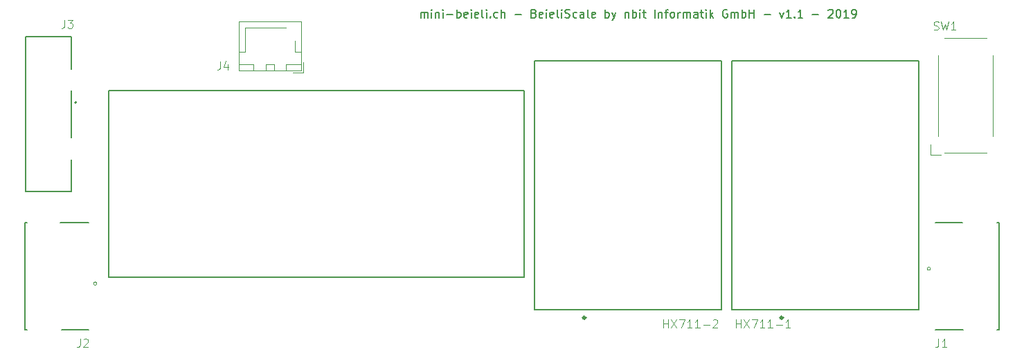
<source format=gbr>
G04 #@! TF.GenerationSoftware,KiCad,Pcbnew,5.0.2-5.fc29*
G04 #@! TF.CreationDate,2019-03-22T17:39:01+01:00*
G04 #@! TF.ProjectId,beieliscale-kicad,62656965-6c69-4736-9361-6c652d6b6963,rev?*
G04 #@! TF.SameCoordinates,Original*
G04 #@! TF.FileFunction,Legend,Top*
G04 #@! TF.FilePolarity,Positive*
%FSLAX46Y46*%
G04 Gerber Fmt 4.6, Leading zero omitted, Abs format (unit mm)*
G04 Created by KiCad (PCBNEW 5.0.2-5.fc29) date Fr 22 Mär 2019 17:39:01 CET*
%MOMM*%
%LPD*%
G01*
G04 APERTURE LIST*
%ADD10C,0.200000*%
%ADD11C,0.150000*%
%ADD12C,0.127000*%
%ADD13C,0.300000*%
%ADD14C,0.100000*%
%ADD15C,0.120000*%
G04 APERTURE END LIST*
D10*
X123240952Y-54632380D02*
X123240952Y-53965714D01*
X123240952Y-54060952D02*
X123288571Y-54013333D01*
X123383809Y-53965714D01*
X123526666Y-53965714D01*
X123621904Y-54013333D01*
X123669523Y-54108571D01*
X123669523Y-54632380D01*
X123669523Y-54108571D02*
X123717142Y-54013333D01*
X123812380Y-53965714D01*
X123955238Y-53965714D01*
X124050476Y-54013333D01*
X124098095Y-54108571D01*
X124098095Y-54632380D01*
X124574285Y-54632380D02*
X124574285Y-53965714D01*
X124574285Y-53632380D02*
X124526666Y-53680000D01*
X124574285Y-53727619D01*
X124621904Y-53680000D01*
X124574285Y-53632380D01*
X124574285Y-53727619D01*
X125050476Y-53965714D02*
X125050476Y-54632380D01*
X125050476Y-54060952D02*
X125098095Y-54013333D01*
X125193333Y-53965714D01*
X125336190Y-53965714D01*
X125431428Y-54013333D01*
X125479047Y-54108571D01*
X125479047Y-54632380D01*
X125955238Y-54632380D02*
X125955238Y-53965714D01*
X125955238Y-53632380D02*
X125907619Y-53680000D01*
X125955238Y-53727619D01*
X126002857Y-53680000D01*
X125955238Y-53632380D01*
X125955238Y-53727619D01*
X126431428Y-54251428D02*
X127193333Y-54251428D01*
X127669523Y-54632380D02*
X127669523Y-53632380D01*
X127669523Y-54013333D02*
X127764761Y-53965714D01*
X127955238Y-53965714D01*
X128050476Y-54013333D01*
X128098095Y-54060952D01*
X128145714Y-54156190D01*
X128145714Y-54441904D01*
X128098095Y-54537142D01*
X128050476Y-54584761D01*
X127955238Y-54632380D01*
X127764761Y-54632380D01*
X127669523Y-54584761D01*
X128955238Y-54584761D02*
X128860000Y-54632380D01*
X128669523Y-54632380D01*
X128574285Y-54584761D01*
X128526666Y-54489523D01*
X128526666Y-54108571D01*
X128574285Y-54013333D01*
X128669523Y-53965714D01*
X128860000Y-53965714D01*
X128955238Y-54013333D01*
X129002857Y-54108571D01*
X129002857Y-54203809D01*
X128526666Y-54299047D01*
X129431428Y-54632380D02*
X129431428Y-53965714D01*
X129431428Y-53632380D02*
X129383809Y-53680000D01*
X129431428Y-53727619D01*
X129479047Y-53680000D01*
X129431428Y-53632380D01*
X129431428Y-53727619D01*
X130288571Y-54584761D02*
X130193333Y-54632380D01*
X130002857Y-54632380D01*
X129907619Y-54584761D01*
X129860000Y-54489523D01*
X129860000Y-54108571D01*
X129907619Y-54013333D01*
X130002857Y-53965714D01*
X130193333Y-53965714D01*
X130288571Y-54013333D01*
X130336190Y-54108571D01*
X130336190Y-54203809D01*
X129860000Y-54299047D01*
X130907619Y-54632380D02*
X130812380Y-54584761D01*
X130764761Y-54489523D01*
X130764761Y-53632380D01*
X131288571Y-54632380D02*
X131288571Y-53965714D01*
X131288571Y-53632380D02*
X131240952Y-53680000D01*
X131288571Y-53727619D01*
X131336190Y-53680000D01*
X131288571Y-53632380D01*
X131288571Y-53727619D01*
X131764761Y-54537142D02*
X131812380Y-54584761D01*
X131764761Y-54632380D01*
X131717142Y-54584761D01*
X131764761Y-54537142D01*
X131764761Y-54632380D01*
X132669523Y-54584761D02*
X132574285Y-54632380D01*
X132383809Y-54632380D01*
X132288571Y-54584761D01*
X132240952Y-54537142D01*
X132193333Y-54441904D01*
X132193333Y-54156190D01*
X132240952Y-54060952D01*
X132288571Y-54013333D01*
X132383809Y-53965714D01*
X132574285Y-53965714D01*
X132669523Y-54013333D01*
X133098095Y-54632380D02*
X133098095Y-53632380D01*
X133526666Y-54632380D02*
X133526666Y-54108571D01*
X133479047Y-54013333D01*
X133383809Y-53965714D01*
X133240952Y-53965714D01*
X133145714Y-54013333D01*
X133098095Y-54060952D01*
X134764761Y-54251428D02*
X135526666Y-54251428D01*
X137098095Y-54108571D02*
X137240952Y-54156190D01*
X137288571Y-54203809D01*
X137336190Y-54299047D01*
X137336190Y-54441904D01*
X137288571Y-54537142D01*
X137240952Y-54584761D01*
X137145714Y-54632380D01*
X136764761Y-54632380D01*
X136764761Y-53632380D01*
X137098095Y-53632380D01*
X137193333Y-53680000D01*
X137240952Y-53727619D01*
X137288571Y-53822857D01*
X137288571Y-53918095D01*
X137240952Y-54013333D01*
X137193333Y-54060952D01*
X137098095Y-54108571D01*
X136764761Y-54108571D01*
X138145714Y-54584761D02*
X138050476Y-54632380D01*
X137860000Y-54632380D01*
X137764761Y-54584761D01*
X137717142Y-54489523D01*
X137717142Y-54108571D01*
X137764761Y-54013333D01*
X137860000Y-53965714D01*
X138050476Y-53965714D01*
X138145714Y-54013333D01*
X138193333Y-54108571D01*
X138193333Y-54203809D01*
X137717142Y-54299047D01*
X138621904Y-54632380D02*
X138621904Y-53965714D01*
X138621904Y-53632380D02*
X138574285Y-53680000D01*
X138621904Y-53727619D01*
X138669523Y-53680000D01*
X138621904Y-53632380D01*
X138621904Y-53727619D01*
X139479047Y-54584761D02*
X139383809Y-54632380D01*
X139193333Y-54632380D01*
X139098095Y-54584761D01*
X139050476Y-54489523D01*
X139050476Y-54108571D01*
X139098095Y-54013333D01*
X139193333Y-53965714D01*
X139383809Y-53965714D01*
X139479047Y-54013333D01*
X139526666Y-54108571D01*
X139526666Y-54203809D01*
X139050476Y-54299047D01*
X140098095Y-54632380D02*
X140002857Y-54584761D01*
X139955238Y-54489523D01*
X139955238Y-53632380D01*
X140479047Y-54632380D02*
X140479047Y-53965714D01*
X140479047Y-53632380D02*
X140431428Y-53680000D01*
X140479047Y-53727619D01*
X140526666Y-53680000D01*
X140479047Y-53632380D01*
X140479047Y-53727619D01*
X140907619Y-54584761D02*
X141050476Y-54632380D01*
X141288571Y-54632380D01*
X141383809Y-54584761D01*
X141431428Y-54537142D01*
X141479047Y-54441904D01*
X141479047Y-54346666D01*
X141431428Y-54251428D01*
X141383809Y-54203809D01*
X141288571Y-54156190D01*
X141098095Y-54108571D01*
X141002857Y-54060952D01*
X140955238Y-54013333D01*
X140907619Y-53918095D01*
X140907619Y-53822857D01*
X140955238Y-53727619D01*
X141002857Y-53680000D01*
X141098095Y-53632380D01*
X141336190Y-53632380D01*
X141479047Y-53680000D01*
X142336190Y-54584761D02*
X142240952Y-54632380D01*
X142050476Y-54632380D01*
X141955238Y-54584761D01*
X141907619Y-54537142D01*
X141860000Y-54441904D01*
X141860000Y-54156190D01*
X141907619Y-54060952D01*
X141955238Y-54013333D01*
X142050476Y-53965714D01*
X142240952Y-53965714D01*
X142336190Y-54013333D01*
X143193333Y-54632380D02*
X143193333Y-54108571D01*
X143145714Y-54013333D01*
X143050476Y-53965714D01*
X142860000Y-53965714D01*
X142764761Y-54013333D01*
X143193333Y-54584761D02*
X143098095Y-54632380D01*
X142860000Y-54632380D01*
X142764761Y-54584761D01*
X142717142Y-54489523D01*
X142717142Y-54394285D01*
X142764761Y-54299047D01*
X142860000Y-54251428D01*
X143098095Y-54251428D01*
X143193333Y-54203809D01*
X143812380Y-54632380D02*
X143717142Y-54584761D01*
X143669523Y-54489523D01*
X143669523Y-53632380D01*
X144574285Y-54584761D02*
X144479047Y-54632380D01*
X144288571Y-54632380D01*
X144193333Y-54584761D01*
X144145714Y-54489523D01*
X144145714Y-54108571D01*
X144193333Y-54013333D01*
X144288571Y-53965714D01*
X144479047Y-53965714D01*
X144574285Y-54013333D01*
X144621904Y-54108571D01*
X144621904Y-54203809D01*
X144145714Y-54299047D01*
X145812380Y-54632380D02*
X145812380Y-53632380D01*
X145812380Y-54013333D02*
X145907619Y-53965714D01*
X146098095Y-53965714D01*
X146193333Y-54013333D01*
X146240952Y-54060952D01*
X146288571Y-54156190D01*
X146288571Y-54441904D01*
X146240952Y-54537142D01*
X146193333Y-54584761D01*
X146098095Y-54632380D01*
X145907619Y-54632380D01*
X145812380Y-54584761D01*
X146621904Y-53965714D02*
X146860000Y-54632380D01*
X147098095Y-53965714D02*
X146860000Y-54632380D01*
X146764761Y-54870476D01*
X146717142Y-54918095D01*
X146621904Y-54965714D01*
X148240952Y-53965714D02*
X148240952Y-54632380D01*
X148240952Y-54060952D02*
X148288571Y-54013333D01*
X148383809Y-53965714D01*
X148526666Y-53965714D01*
X148621904Y-54013333D01*
X148669523Y-54108571D01*
X148669523Y-54632380D01*
X149145714Y-54632380D02*
X149145714Y-53632380D01*
X149145714Y-54013333D02*
X149240952Y-53965714D01*
X149431428Y-53965714D01*
X149526666Y-54013333D01*
X149574285Y-54060952D01*
X149621904Y-54156190D01*
X149621904Y-54441904D01*
X149574285Y-54537142D01*
X149526666Y-54584761D01*
X149431428Y-54632380D01*
X149240952Y-54632380D01*
X149145714Y-54584761D01*
X150050476Y-54632380D02*
X150050476Y-53965714D01*
X150050476Y-53632380D02*
X150002857Y-53680000D01*
X150050476Y-53727619D01*
X150098095Y-53680000D01*
X150050476Y-53632380D01*
X150050476Y-53727619D01*
X150383809Y-53965714D02*
X150764761Y-53965714D01*
X150526666Y-53632380D02*
X150526666Y-54489523D01*
X150574285Y-54584761D01*
X150669523Y-54632380D01*
X150764761Y-54632380D01*
X151860000Y-54632380D02*
X151860000Y-53632380D01*
X152336190Y-53965714D02*
X152336190Y-54632380D01*
X152336190Y-54060952D02*
X152383809Y-54013333D01*
X152479047Y-53965714D01*
X152621904Y-53965714D01*
X152717142Y-54013333D01*
X152764761Y-54108571D01*
X152764761Y-54632380D01*
X153098095Y-53965714D02*
X153479047Y-53965714D01*
X153240952Y-54632380D02*
X153240952Y-53775238D01*
X153288571Y-53680000D01*
X153383809Y-53632380D01*
X153479047Y-53632380D01*
X153955238Y-54632380D02*
X153860000Y-54584761D01*
X153812380Y-54537142D01*
X153764761Y-54441904D01*
X153764761Y-54156190D01*
X153812380Y-54060952D01*
X153860000Y-54013333D01*
X153955238Y-53965714D01*
X154098095Y-53965714D01*
X154193333Y-54013333D01*
X154240952Y-54060952D01*
X154288571Y-54156190D01*
X154288571Y-54441904D01*
X154240952Y-54537142D01*
X154193333Y-54584761D01*
X154098095Y-54632380D01*
X153955238Y-54632380D01*
X154717142Y-54632380D02*
X154717142Y-53965714D01*
X154717142Y-54156190D02*
X154764761Y-54060952D01*
X154812380Y-54013333D01*
X154907619Y-53965714D01*
X155002857Y-53965714D01*
X155336190Y-54632380D02*
X155336190Y-53965714D01*
X155336190Y-54060952D02*
X155383809Y-54013333D01*
X155479047Y-53965714D01*
X155621904Y-53965714D01*
X155717142Y-54013333D01*
X155764761Y-54108571D01*
X155764761Y-54632380D01*
X155764761Y-54108571D02*
X155812380Y-54013333D01*
X155907619Y-53965714D01*
X156050476Y-53965714D01*
X156145714Y-54013333D01*
X156193333Y-54108571D01*
X156193333Y-54632380D01*
X157098095Y-54632380D02*
X157098095Y-54108571D01*
X157050476Y-54013333D01*
X156955238Y-53965714D01*
X156764761Y-53965714D01*
X156669523Y-54013333D01*
X157098095Y-54584761D02*
X157002857Y-54632380D01*
X156764761Y-54632380D01*
X156669523Y-54584761D01*
X156621904Y-54489523D01*
X156621904Y-54394285D01*
X156669523Y-54299047D01*
X156764761Y-54251428D01*
X157002857Y-54251428D01*
X157098095Y-54203809D01*
X157431428Y-53965714D02*
X157812380Y-53965714D01*
X157574285Y-53632380D02*
X157574285Y-54489523D01*
X157621904Y-54584761D01*
X157717142Y-54632380D01*
X157812380Y-54632380D01*
X158145714Y-54632380D02*
X158145714Y-53965714D01*
X158145714Y-53632380D02*
X158098095Y-53680000D01*
X158145714Y-53727619D01*
X158193333Y-53680000D01*
X158145714Y-53632380D01*
X158145714Y-53727619D01*
X158621904Y-54632380D02*
X158621904Y-53632380D01*
X158717142Y-54251428D02*
X159002857Y-54632380D01*
X159002857Y-53965714D02*
X158621904Y-54346666D01*
X160717142Y-53680000D02*
X160621904Y-53632380D01*
X160479047Y-53632380D01*
X160336190Y-53680000D01*
X160240952Y-53775238D01*
X160193333Y-53870476D01*
X160145714Y-54060952D01*
X160145714Y-54203809D01*
X160193333Y-54394285D01*
X160240952Y-54489523D01*
X160336190Y-54584761D01*
X160479047Y-54632380D01*
X160574285Y-54632380D01*
X160717142Y-54584761D01*
X160764761Y-54537142D01*
X160764761Y-54203809D01*
X160574285Y-54203809D01*
X161193333Y-54632380D02*
X161193333Y-53965714D01*
X161193333Y-54060952D02*
X161240952Y-54013333D01*
X161336190Y-53965714D01*
X161479047Y-53965714D01*
X161574285Y-54013333D01*
X161621904Y-54108571D01*
X161621904Y-54632380D01*
X161621904Y-54108571D02*
X161669523Y-54013333D01*
X161764761Y-53965714D01*
X161907619Y-53965714D01*
X162002857Y-54013333D01*
X162050476Y-54108571D01*
X162050476Y-54632380D01*
X162526666Y-54632380D02*
X162526666Y-53632380D01*
X162526666Y-54013333D02*
X162621904Y-53965714D01*
X162812380Y-53965714D01*
X162907619Y-54013333D01*
X162955238Y-54060952D01*
X163002857Y-54156190D01*
X163002857Y-54441904D01*
X162955238Y-54537142D01*
X162907619Y-54584761D01*
X162812380Y-54632380D01*
X162621904Y-54632380D01*
X162526666Y-54584761D01*
X163431428Y-54632380D02*
X163431428Y-53632380D01*
X163431428Y-54108571D02*
X164002857Y-54108571D01*
X164002857Y-54632380D02*
X164002857Y-53632380D01*
X165240952Y-54251428D02*
X166002857Y-54251428D01*
X167145714Y-53965714D02*
X167383809Y-54632380D01*
X167621904Y-53965714D01*
X168526666Y-54632380D02*
X167955238Y-54632380D01*
X168240952Y-54632380D02*
X168240952Y-53632380D01*
X168145714Y-53775238D01*
X168050476Y-53870476D01*
X167955238Y-53918095D01*
X168955238Y-54537142D02*
X169002857Y-54584761D01*
X168955238Y-54632380D01*
X168907619Y-54584761D01*
X168955238Y-54537142D01*
X168955238Y-54632380D01*
X169955238Y-54632380D02*
X169383809Y-54632380D01*
X169669523Y-54632380D02*
X169669523Y-53632380D01*
X169574285Y-53775238D01*
X169479047Y-53870476D01*
X169383809Y-53918095D01*
X171145714Y-54251428D02*
X171907619Y-54251428D01*
X173098095Y-53727619D02*
X173145714Y-53680000D01*
X173240952Y-53632380D01*
X173479047Y-53632380D01*
X173574285Y-53680000D01*
X173621904Y-53727619D01*
X173669523Y-53822857D01*
X173669523Y-53918095D01*
X173621904Y-54060952D01*
X173050476Y-54632380D01*
X173669523Y-54632380D01*
X174288571Y-53632380D02*
X174383809Y-53632380D01*
X174479047Y-53680000D01*
X174526666Y-53727619D01*
X174574285Y-53822857D01*
X174621904Y-54013333D01*
X174621904Y-54251428D01*
X174574285Y-54441904D01*
X174526666Y-54537142D01*
X174479047Y-54584761D01*
X174383809Y-54632380D01*
X174288571Y-54632380D01*
X174193333Y-54584761D01*
X174145714Y-54537142D01*
X174098095Y-54441904D01*
X174050476Y-54251428D01*
X174050476Y-54013333D01*
X174098095Y-53822857D01*
X174145714Y-53727619D01*
X174193333Y-53680000D01*
X174288571Y-53632380D01*
X175574285Y-54632380D02*
X175002857Y-54632380D01*
X175288571Y-54632380D02*
X175288571Y-53632380D01*
X175193333Y-53775238D01*
X175098095Y-53870476D01*
X175002857Y-53918095D01*
X176050476Y-54632380D02*
X176240952Y-54632380D01*
X176336190Y-54584761D01*
X176383809Y-54537142D01*
X176479047Y-54394285D01*
X176526666Y-54203809D01*
X176526666Y-53822857D01*
X176479047Y-53727619D01*
X176431428Y-53680000D01*
X176336190Y-53632380D01*
X176145714Y-53632380D01*
X176050476Y-53680000D01*
X176002857Y-53727619D01*
X175955238Y-53822857D01*
X175955238Y-54060952D01*
X176002857Y-54156190D01*
X176050476Y-54203809D01*
X176145714Y-54251428D01*
X176336190Y-54251428D01*
X176431428Y-54203809D01*
X176479047Y-54156190D01*
X176526666Y-54060952D01*
D11*
G04 #@! TO.C,U2*
X135890000Y-63540000D02*
X85090000Y-63540000D01*
X135890000Y-86400000D02*
X135890000Y-63540000D01*
X85090000Y-86400000D02*
X135890000Y-86400000D01*
X85090000Y-63540000D02*
X85090000Y-86400000D01*
D12*
G04 #@! TO.C,HX711-2*
X160020000Y-90375000D02*
X137160000Y-90375000D01*
X137160000Y-90375000D02*
X137160000Y-59895000D01*
X137160000Y-59895000D02*
X160020000Y-59895000D01*
X160020000Y-59895000D02*
X160020000Y-90375000D01*
D13*
X143406000Y-91391000D02*
G75*
G03X143406000Y-91391000I-150000J0D01*
G01*
D12*
G04 #@! TO.C,HX711-1*
X184150000Y-90375000D02*
X161290000Y-90375000D01*
X161290000Y-90375000D02*
X161290000Y-59895000D01*
X161290000Y-59895000D02*
X184150000Y-59895000D01*
X184150000Y-59895000D02*
X184150000Y-90375000D01*
D13*
X167536000Y-91391000D02*
G75*
G03X167536000Y-91391000I-150000J0D01*
G01*
D12*
G04 #@! TO.C,J1*
X193965000Y-79730000D02*
X193965000Y-92830000D01*
X193965000Y-92830000D02*
X193725000Y-92830000D01*
X186165000Y-92830000D02*
X189605000Y-92830000D01*
X186165000Y-79730000D02*
X189495000Y-79730000D01*
X193965000Y-79730000D02*
X193725000Y-79730000D01*
D14*
X185575000Y-85370000D02*
G75*
G03X185575000Y-85370000I-200000J0D01*
G01*
G04 #@! TO.C,J2*
X83630000Y-87190000D02*
G75*
G03X83630000Y-87190000I-200000J0D01*
G01*
D12*
X74840000Y-92830000D02*
X75080000Y-92830000D01*
X82640000Y-92830000D02*
X79310000Y-92830000D01*
X82640000Y-79730000D02*
X79200000Y-79730000D01*
X74840000Y-79730000D02*
X75080000Y-79730000D01*
X74840000Y-92830000D02*
X74840000Y-79730000D01*
G04 #@! TO.C,J3*
X80540000Y-56935000D02*
X80540000Y-60935000D01*
X80540000Y-63535000D02*
X80540000Y-69335000D01*
X80540000Y-72035000D02*
X80540000Y-75935000D01*
X80540000Y-75935000D02*
X74960000Y-75935000D01*
X74960000Y-56935000D02*
X80540000Y-56935000D01*
D10*
X81138000Y-65025000D02*
G75*
G03X81138000Y-65025000I-100000J0D01*
G01*
D12*
X74960000Y-56935000D02*
X74960000Y-75935000D01*
D15*
G04 #@! TO.C,J4*
X108605000Y-61085000D02*
X108605000Y-55115000D01*
X108605000Y-55115000D02*
X100985000Y-55115000D01*
X100985000Y-55115000D02*
X100985000Y-61085000D01*
X100985000Y-61085000D02*
X108605000Y-61085000D01*
X105295000Y-61075000D02*
X105295000Y-60325000D01*
X105295000Y-60325000D02*
X104295000Y-60325000D01*
X104295000Y-60325000D02*
X104295000Y-61075000D01*
X104295000Y-61075000D02*
X105295000Y-61075000D01*
X108595000Y-61075000D02*
X108595000Y-60325000D01*
X108595000Y-60325000D02*
X106795000Y-60325000D01*
X106795000Y-60325000D02*
X106795000Y-61075000D01*
X106795000Y-61075000D02*
X108595000Y-61075000D01*
X102795000Y-61075000D02*
X102795000Y-60325000D01*
X102795000Y-60325000D02*
X100995000Y-60325000D01*
X100995000Y-60325000D02*
X100995000Y-61075000D01*
X100995000Y-61075000D02*
X102795000Y-61075000D01*
X108595000Y-58825000D02*
X107845000Y-58825000D01*
X107845000Y-58825000D02*
X107845000Y-57485000D01*
X104795000Y-55875000D02*
X106785000Y-55875000D01*
X100995000Y-58825000D02*
X101745000Y-58825000D01*
X101745000Y-58825000D02*
X101745000Y-55875000D01*
X101745000Y-55875000D02*
X104795000Y-55875000D01*
X107645000Y-61375000D02*
X108895000Y-61375000D01*
X108895000Y-61375000D02*
X108895000Y-60125000D01*
G04 #@! TO.C,SW1*
X185545000Y-71465000D02*
X185545000Y-70165000D01*
X186845000Y-71465000D02*
X185545000Y-71465000D01*
X193195000Y-59215000D02*
X193195000Y-69115000D01*
X186495000Y-69115000D02*
X186495000Y-59215000D01*
X192445000Y-71165000D02*
X187245000Y-71165000D01*
X187245000Y-57165000D02*
X192445000Y-57165000D01*
G04 #@! TO.C,HX711-2*
D14*
X152924088Y-92607908D02*
X152924088Y-91607848D01*
X152924088Y-92084067D02*
X153495551Y-92084067D01*
X153495551Y-92607908D02*
X153495551Y-91607848D01*
X153876526Y-91607848D02*
X154543233Y-92607908D01*
X154543233Y-91607848D02*
X153876526Y-92607908D01*
X154828964Y-91607848D02*
X155495671Y-91607848D01*
X155067074Y-92607908D01*
X156400487Y-92607908D02*
X155829024Y-92607908D01*
X156114756Y-92607908D02*
X156114756Y-91607848D01*
X156019512Y-91750713D01*
X155924268Y-91845957D01*
X155829024Y-91893579D01*
X157352925Y-92607908D02*
X156781462Y-92607908D01*
X157067194Y-92607908D02*
X157067194Y-91607848D01*
X156971950Y-91750713D01*
X156876706Y-91845957D01*
X156781462Y-91893579D01*
X157781522Y-92226932D02*
X158543473Y-92226932D01*
X158972070Y-91703091D02*
X159019692Y-91655470D01*
X159114936Y-91607848D01*
X159353045Y-91607848D01*
X159448289Y-91655470D01*
X159495911Y-91703091D01*
X159543533Y-91798335D01*
X159543533Y-91893579D01*
X159495911Y-92036445D01*
X158924448Y-92607908D01*
X159543533Y-92607908D01*
G04 #@! TO.C,HX711-1*
X161814088Y-92607908D02*
X161814088Y-91607848D01*
X161814088Y-92084067D02*
X162385551Y-92084067D01*
X162385551Y-92607908D02*
X162385551Y-91607848D01*
X162766526Y-91607848D02*
X163433233Y-92607908D01*
X163433233Y-91607848D02*
X162766526Y-92607908D01*
X163718964Y-91607848D02*
X164385671Y-91607848D01*
X163957074Y-92607908D01*
X165290487Y-92607908D02*
X164719024Y-92607908D01*
X165004756Y-92607908D02*
X165004756Y-91607848D01*
X164909512Y-91750713D01*
X164814268Y-91845957D01*
X164719024Y-91893579D01*
X166242925Y-92607908D02*
X165671462Y-92607908D01*
X165957194Y-92607908D02*
X165957194Y-91607848D01*
X165861950Y-91750713D01*
X165766706Y-91845957D01*
X165671462Y-91893579D01*
X166671522Y-92226932D02*
X167433473Y-92226932D01*
X168433533Y-92607908D02*
X167862070Y-92607908D01*
X168147801Y-92607908D02*
X168147801Y-91607848D01*
X168052558Y-91750713D01*
X167957314Y-91845957D01*
X167862070Y-91893579D01*
G04 #@! TO.C,J1*
X186556296Y-93986773D02*
X186556296Y-94701851D01*
X186508624Y-94844867D01*
X186413280Y-94940211D01*
X186270265Y-94987883D01*
X186174921Y-94987883D01*
X187557406Y-94987883D02*
X186985343Y-94987883D01*
X187271375Y-94987883D02*
X187271375Y-93986773D01*
X187176031Y-94129788D01*
X187080687Y-94225132D01*
X186985343Y-94272804D01*
G04 #@! TO.C,J2*
X81581296Y-93986773D02*
X81581296Y-94701851D01*
X81533624Y-94844867D01*
X81438280Y-94940211D01*
X81295265Y-94987883D01*
X81199921Y-94987883D01*
X82010343Y-94082116D02*
X82058015Y-94034445D01*
X82153359Y-93986773D01*
X82391719Y-93986773D01*
X82487062Y-94034445D01*
X82534734Y-94082116D01*
X82582406Y-94177460D01*
X82582406Y-94272804D01*
X82534734Y-94415820D01*
X81962671Y-94987883D01*
X82582406Y-94987883D01*
G04 #@! TO.C,J3*
X79675383Y-54900272D02*
X79675383Y-55617308D01*
X79627580Y-55760715D01*
X79531976Y-55856320D01*
X79388569Y-55904122D01*
X79292964Y-55904122D01*
X80057802Y-54900272D02*
X80679233Y-54900272D01*
X80344616Y-55282691D01*
X80488023Y-55282691D01*
X80583628Y-55330494D01*
X80631430Y-55378296D01*
X80679233Y-55473901D01*
X80679233Y-55712913D01*
X80631430Y-55808517D01*
X80583628Y-55856320D01*
X80488023Y-55904122D01*
X80201209Y-55904122D01*
X80105604Y-55856320D01*
X80057802Y-55808517D01*
G04 #@! TO.C,J4*
X98726666Y-59982380D02*
X98726666Y-60696666D01*
X98679047Y-60839523D01*
X98583809Y-60934761D01*
X98440952Y-60982380D01*
X98345714Y-60982380D01*
X99631428Y-60315714D02*
X99631428Y-60982380D01*
X99393333Y-59934761D02*
X99155238Y-60649047D01*
X99774285Y-60649047D01*
G04 #@! TO.C,SW1*
X185991666Y-56074761D02*
X186134523Y-56122380D01*
X186372619Y-56122380D01*
X186467857Y-56074761D01*
X186515476Y-56027142D01*
X186563095Y-55931904D01*
X186563095Y-55836666D01*
X186515476Y-55741428D01*
X186467857Y-55693809D01*
X186372619Y-55646190D01*
X186182142Y-55598571D01*
X186086904Y-55550952D01*
X186039285Y-55503333D01*
X185991666Y-55408095D01*
X185991666Y-55312857D01*
X186039285Y-55217619D01*
X186086904Y-55170000D01*
X186182142Y-55122380D01*
X186420238Y-55122380D01*
X186563095Y-55170000D01*
X186896428Y-55122380D02*
X187134523Y-56122380D01*
X187325000Y-55408095D01*
X187515476Y-56122380D01*
X187753571Y-55122380D01*
X188658333Y-56122380D02*
X188086904Y-56122380D01*
X188372619Y-56122380D02*
X188372619Y-55122380D01*
X188277380Y-55265238D01*
X188182142Y-55360476D01*
X188086904Y-55408095D01*
G04 #@! TD*
M02*

</source>
